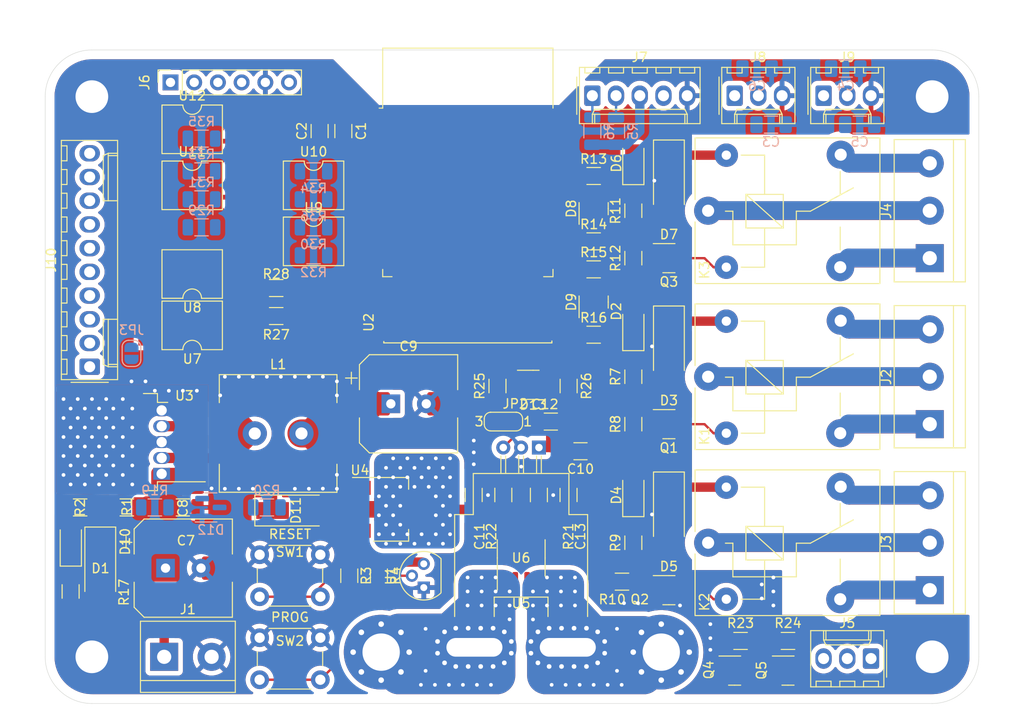
<source format=kicad_pcb>
(kicad_pcb (version 20211014) (generator pcbnew)
  (layers (0 "F.Cu" signal) (31 "B.Cu" signal) (34 "B.Paste" user) (35 "F.Paste" user) (36 "B.SilkS" user "B.Silkscreen") (37 "F.SilkS" user "F.Silkscreen") (38 "B.Mask" user) (39 "F.Mask" user) (44 "Edge.Cuts" user))
  (net 0 "")
  (net 1 "+3V3")
  (net 2 "GND")
  (net 3 "+12V")
  (net 4 "+5V")
  (net 5 "/LM35: T1/OUT")
  (net 6 "/LM35: T2/OUT")
  (net 7 "+BATT")
  (net 8 "Net-(D6-Pad1)")
  (net 9 "Net-(D9-Pad3)")
  (net 10 "Net-(D10-Pad1)")
  (net 11 "/Current Sensor/IP+")
  (net 12 "/Current Sensor/IP-")
  (net 13 "/Relay 1/NO")
  (net 14 "/Relay 1/COM")
  (net 15 "/Relay 1/NC")
  (net 16 "/Relay 2/NO")
  (net 17 "/Relay 2/COM")
  (net 18 "/Relay 2/NC")
  (net 19 "SCL")
  (net 20 "SDA")
  (net 21 "/Relay 3/NO")
  (net 22 "/Relay 3/COM")
  (net 23 "/Relay 3/NC")
  (net 24 "/Salida MOSFET/OUT")
  (net 25 "RESET")
  (net 26 "TXD0")
  (net 27 "RXD0")
  (net 28 "GPIO0")
  (net 29 "/Opto I/O/output-1/C")
  (net 30 "/Opto I/O/output-0/C")
  (net 31 "/Opto I/O/input-0/K")
  (net 32 "/Opto I/O/input-1/K")
  (net 33 "/Opto I/O/input-2/K")
  (net 34 "/Opto I/O/input-3/K")
  (net 35 "/Opto I/O/output-0/E")
  (net 36 "/Current Sensor/OUT")
  (net 37 "Net-(JP2-Pad3)")
  (net 38 "/Opto I/O/input-0/A")
  (net 39 "/Opto I/O/output-1/E")
  (net 40 "Net-(Q1-Pad1)")
  (net 41 "Net-(Q2-Pad1)")
  (net 42 "Net-(Q3-Pad1)")
  (net 43 "Net-(Q4-Pad1)")
  (net 44 "RELAY_1")
  (net 45 "/Input Protection/IN")
  (net 46 "RELAY_2")
  (net 47 "RELAY_3")
  (net 48 "VBAT")
  (net 49 "IBAT")
  (net 50 "TBAT")
  (net 51 "TEMP2")
  (net 52 "FAN_1")
  (net 53 "IN0")
  (net 54 "OUT1")
  (net 55 "IN1")
  (net 56 "IN2")
  (net 57 "IN3")
  (net 58 "OUT0")
  (net 59 "Net-(C12-Pad1)")
  (net 60 "Net-(C13-Pad1)")
  (net 61 "Net-(D2-Pad1)")
  (net 62 "Net-(D3-Pad2)")
  (net 63 "Net-(D4-Pad1)")
  (net 64 "Net-(D5-Pad2)")
  (net 65 "Net-(D7-Pad2)")
  (net 66 "Net-(D8-Pad3)")
  (net 67 "Net-(D11-Pad1)")
  (net 68 "Net-(D12-Pad3)")
  (net 69 "Net-(D13-Pad3)")
  (net 71 "Net-(Q4-Pad3)")
  (net 72 "Net-(R22-Pad2)")
  (net 73 "Net-(R27-Pad1)")
  (net 74 "Net-(R28-Pad1)")
  (net 83 "Net-(R29-Pad1)")
  (net 84 "Net-(R31-Pad1)")
  (net 85 "Net-(R33-Pad1)")
  (net 86 "Net-(R35-Pad1)")
  (footprint "libs:Allegro_CB_PFF" (layer "F.Cu") (at 144.14 93.585 180)
    (fp_text reference "U5")
    (fp_text value "ACS759")
  )
  (footprint "libs:TerminalBlock_bornier-3_P5.08mm" (layer "F.Cu") (at 186 91.08 90)
    (fp_text reference "J2")
    (fp_text value "Screw_Terminal_01x03")
  )
  (footprint "LED_SMD:LED_1206_3216Metric" (layer "F.Cu") (at 154.25 98.7 90)
    (fp_text reference "D4")
    (fp_text value "LED")
  )
  (footprint "LED_SMD:LED_1206_3216Metric" (layer "F.Cu") (at 154.25 80.92 90)
    (fp_text reference "D2")
    (fp_text value "LED")
  )
  (footprint "Connector_Molex:Molex_KK-254_AE-6410-10A_1x10_P2.54mm_Vertical" (layer "F.Cu") (at 96.02 84.93 90)
    (fp_text reference "J10")
    (fp_text value "Conn_01x10")
  )
  (footprint "Package_TO_SOT_SMD:SOT-23" (layer "F.Cu") (at 158.06 108.86)
    (fp_text reference "Q2")
    (fp_text value "BC817")
  )
  (footprint "libs:CAP_10x10_SMD_THT" (layer "F.Cu") (at 130.175 88.9)
    (fp_text reference "C9")
    (fp_text value "470uF" hide)
  )
  (footprint "Package_DIP:SMDIP-4_W9.53mm" (layer "F.Cu") (at 107 75 180)
    (fp_text reference "U8")
    (fp_text value "PC817XI")
  )
  (footprint "Connector_Molex:Molex_KK-254_AE-6410-03A_1x03_P2.54mm_Vertical" (layer "F.Cu") (at 174.625 55.9)
    (fp_text reference "J9")
    (fp_text value "Conn_01x03")
  )
  (footprint "Capacitor_SMD:C_1206_3216Metric_Pad1.33x1.80mm_HandSolder" (layer "F.Cu") (at 148.59 93.98)
    (fp_text reference "C10")
    (fp_text value "100nF")
  )
  (footprint "Capacitor_SMD:C_1206_3216Metric_Pad1.33x1.80mm_HandSolder" (layer "F.Cu") (at 147.31 98.665 90)
    (fp_text reference "C13")
    (fp_text value "1nF")
  )
  (footprint "Resistor_SMD:R_1206_3216Metric" (layer "F.Cu") (at 123.825 107.315 -90)
    (fp_text reference "R3")
    (fp_text value "10k")
  )
  (footprint "libs:TerminalBlock_bornier-2_P5.08mm" (layer "F.Cu") (at 104 116)
    (fp_text reference "J1")
    (fp_text value "Screw_Terminal_01x02")
  )
  (footprint "Capacitor_SMD:C_1206_3216Metric_Pad1.33x1.80mm_HandSolder" (layer "F.Cu") (at 123.19 59.69 90)
    (fp_text reference "C1")
    (fp_text value "100nF")
  )
  (footprint "Package_TO_SOT_SMD:SOT-23" (layer "F.Cu") (at 170.815 117.475)
    (fp_text reference "Q5")
    (fp_text value "IRLML2502")
  )
  (footprint "Capacitor_SMD:C_1206_3216Metric_Pad1.33x1.80mm_HandSolder" (layer "F.Cu") (at 145.415 90.805)
    (fp_text reference "C12")
    (fp_text value "100nF")
  )
  (footprint "Connector_Molex:Molex_KK-254_AE-6410-03A_1x03_P2.54mm_Vertical" (layer "F.Cu") (at 179.705 116.185 180)
    (fp_text reference "J5")
    (fp_text value "Conn_01x03")
  )
  (footprint "Package_DIP:SMDIP-4_W9.53mm" (layer "F.Cu") (at 107 80.5 180)
    (fp_text reference "U7")
    (fp_text value "PC817XI")
  )
  (footprint "Resistor_SMD:R_1206_3216Metric" (layer "F.Cu") (at 127 107.315 -90)
    (fp_text reference "R4")
    (fp_text value "10k")
  )
  (footprint "Resistor_SMD:R_1206_3216Metric" (layer "F.Cu") (at 140.325 98.665 -90)
    (fp_text reference "R22")
    (fp_text value "1k")
  )
  (footprint "Package_TO_SOT_SMD:SOT-23" (layer "F.Cu") (at 150 68 90)
    (fp_text reference "D8")
    (fp_text value "BAT54S")
  )
  (footprint "Package_DIP:SMDIP-4_W9.53mm" (layer "F.Cu") (at 120 65.5)
    (fp_text reference "U10")
    (fp_text value "PC817XI")
  )
  (footprint "Capacitor_SMD:C_1206_3216Metric_Pad1.33x1.80mm_HandSolder" (layer "F.Cu") (at 137.15 98.665 90)
    (fp_text reference "C11")
    (fp_text value "100nF")
  )
  (footprint "Resistor_SMD:R_1206_3216Metric" (layer "F.Cu") (at 100 100 180)
    (fp_text reference "R1")
    (fp_text value "22k")
  )
  (footprint "Relay_THT:Relay_SPDT_SANYOU_SRD_Series_Form_C" (layer "F.Cu") (at 162.26 68.22)
    (fp_text reference "K3")
    (fp_text value "RELAY")
  )
  (footprint "Diode_SMD:D_SMA_Handsoldering" (layer "F.Cu") (at 97.155 106.5 -90)
    (fp_text reference "D1")
    (fp_text value "SS14")
  )
  (footprint "Diode_SMD:D_SMA_Handsoldering" (layer "F.Cu") (at 118.11 100.33)
    (fp_text reference "D11")
    (fp_text value "SS14")
  )
  (footprint "Relay_THT:Relay_SPDT_SANYOU_SRD_Series_Form_C" (layer "F.Cu") (at 162.26 103.78)
    (fp_text reference "K2")
    (fp_text value "RELAY")
  )
  (footprint "Resistor_SMD:R_1206_3216Metric" (layer "F.Cu") (at 170.815 114.3 180)
    (fp_text reference "R24")
    (fp_text value "10k")
  )
  (footprint "esp32-wroom-roover:ESP32-WROOM-WROVER-NC" (layer "F.Cu") (at 136.525 66.675)
    (fp_text reference "U2")
    (fp_text value "ESP32" hide)
  )
  (footprint "Resistor_SMD:R_1206_3216Metric" (layer "F.Cu") (at 95 100 180)
    (fp_text reference "R2")
    (fp_text value "5k6")
  )
  (footprint "Diode_SMD:D_SMA_Handsoldering" (layer "F.Cu") (at 158.06 65.045 -90)
    (fp_text reference "D7")
    (fp_text value "M7")
  )
  (footprint "Resistor_SMD:R_1206_3216Metric" (layer "F.Cu") (at 116 79.5)
    (fp_text reference "R27")
    (fp_text value "100")
  )
  (footprint "MountingHole:MountingHole_4mm_Pad_Via" (layer "F.Cu") (at 127.24 115.498 180)
    (fp_text reference "H1" hide)
    (fp_text value "MountingHole_Pad" hide)
  )
  (footprint "Connector_Molex:Molex_KK-254_AE-6410-05A_1x05_P2.54mm_Vertical" (layer "F.Cu") (at 149.86 55.9)
    (fp_text reference "J7")
    (fp_text value "Conn_01x05")
  )
  (footprint "MountingHole:MountingHole_4mm_Pad_Via" (layer "F.Cu") (at 157.24 115.498 180)
    (fp_text reference "H2" hide)
    (fp_text value "MountingHole_Pad" hide)
  )
  (footprint "Resistor_SMD:R_1206_3216Metric" (layer "F.Cu") (at 154.25 68.22 -90)
    (fp_text reference "R11")
    (fp_text value "1k")
  )
  (footprint "LED_SMD:LED_1206_3216Metric" (layer "F.Cu") (at 154.25 63.14 90)
    (fp_text reference "D6")
    (fp_text value "LED")
  )
  (footprint "Resistor_SMD:R_1206_3216Metric" (layer "F.Cu") (at 93.98 109 -90)
    (fp_text reference "R17")
    (fp_text value "1k")
  )
  (footprint "libs:TO-263-5_TabPin3" (layer "F.Cu") (at 100.33 93 180)
    (fp_text reference "U3")
    (fp_text value "LM2596S-3.3")
  )
  (footprint "Button_Switch_THT:SW_PUSH_6mm" (layer "F.Cu") (at 114.225 113.955)
    (fp_text reference "SW2")
    (fp_text value "SW_Push")
  )
  (footprint "Connector_Molex:Molex_KK-254_AE-6410-03A_1x03_P2.54mm_Vertical" (layer "F.Cu") (at 165.1 55.9)
    (fp_text reference "J8")
    (fp_text value "Conn_01x03")
  )
  (footprint "Connector_PinSocket_2.54mm:PinSocket_1x06_P2.54mm_Vertical" (layer "F.Cu") (at 104.675 54.475 90)
    (fp_text reference "J6")
    (fp_text value "ICSP")
  )
  (footprint "Resistor_SMD:R_1206_3216Metric" (layer "F.Cu") (at 116 76.5)
    (fp_text reference "R28")
    (fp_text value "100")
  )
  (footprint "libs:TerminalBlock_bornier-3_P5.08mm" (layer "F.Cu") (at 186 108.86 90)
    (fp_text reference "J3")
    (fp_text value "Screw_Terminal_01x03")
  )
  (footprint "Package_TO_SOT_SMD:SOT-223-3_TabPin2" (layer "F.Cu") (at 128.27 100.203)
    (fp_text reference "U4")
    (fp_text value "AMS1117-5.0")
  )
  (footprint "Package_DIP:SMDIP-4_W9.53mm" (layer "F.Cu") (at 107 59.5)
    (fp_text reference "U12")
    (fp_text value "PC817XI")
  )
  (footprint "MountingHole:MountingHole_3.5mm_Pad" (layer "F.Cu") (at 186.255 56)
    (fp_text reference "REF**" hide)
    (fp_text value "MountingHole_3.5mm_Pad")
  )
  (footprint "Package_TO_SOT_SMD:SOT-23" (layer "F.Cu") (at 165.1 117.475)
    (fp_text reference "Q4")
    (fp_text value "BC817")
  )
  (footprint "Package_DIP:SMDIP-4_W9.53mm" (layer "F.Cu") (at 107 65.5)
    (fp_text reference "U11")
    (fp_text value "PC817XI")
  )
  (footprint "libs:TerminalBlock_bornier-3_P5.08mm" (layer "F.Cu") (at 186 73.3 90)
    (fp_text reference "J4")
    (fp_text value "Screw_Terminal_01x03")
  )
  (footprint "MountingHole:MountingHole_3.5mm_Pad" (layer "F.Cu") (at 96.255 116)
    (fp_text reference "REF**" hide)
    (fp_text value "MountingHole_3.5mm_Pad")
  )
  (footprint "LED_SMD:LED_1206_3216Metric" (layer "F.Cu") (at 94 104 90)
    (fp_text reference "D10")
    (fp_text value "LED")
  )
  (footprint "Package_TO_SOT_SMD:SOT-23" (layer "F.Cu") (at 158.06 73.3)
    (fp_text reference "Q3")
    (fp_text value "BC817")
  )
  (footprint "Resistor_SMD:R_1206_3216Metric" (layer "F.Cu") (at 144.135 98.665 -90)
    (fp_text reference "R21")
    (fp_text value "2k")
  )
  (footprint "Capacitor_SMD:C_1206_3216Metric_Pad1.33x1.80mm_HandSolder" (layer "F.Cu") (at 120.65 59.69 90)
    (fp_text reference "C2")
    (fp_text value "1uF")
  )
  (footprint "Resistor_SMD:R_1206_3216Metric" (layer "F.Cu") (at 154.25 103.78 -90)
    (fp_text reference "R9")
    (fp_text value "1k")
  )
  (footprint "Package_TO_SOT_SMD:SOT-23" (layer "F.Cu") (at 158.06 91.08)
    (fp_text reference "Q1")
    (fp_text value "BC817")
  )
  (footprint "Relay_THT:Relay_SPDT_SANYOU_SRD_Series_Form_C" (layer "F.Cu") (at 162.26 86)
    (fp_text reference "K1")
    (fp_text value "RELAY")
  )
  (footprint "libs:CAP_10x10_SMD_THT" (layer "F.Cu") (at 106.045 106.5)
    (fp_text reference "C7")
    (fp_text value "470uF" hide)
  )
  (footprint "Resistor_SMD:R_1206_3216Metric" (layer "F.Cu") (at 147.32 86.995 -90)
    (fp_text reference "R26")
    (fp_text value "1k")
  )
  (footprint "libs:L_12x12mm_H8mm" (layer "F.Cu") (at 116.205 92.075)
    (fp_text reference "L1")
    (fp_text value "68uH")
  )
  (footprint "Resistor_SMD:R_1206_3216Metric" (layer "F.Cu") (at 150 71.5)
    (fp_text reference "R14")
    (fp_text value "1k")
  )
  (footprint "Package_DIP:SMDIP-4_W9.53mm" (layer "F.Cu") (at 120 71.5)
    (fp_text reference "U9")
    (fp_text value "PC817XI")
  )
  (footprint "Resistor_SMD:R_1206_3216Metric" (layer "F.Cu") (at 150 81.5)
    (fp_text reference "R16")
    (fp_text value "1k")
  )
  (footprint "Diode_SMD:D_SMA_Handsoldering" (layer "F.Cu") (at 158.06 82.825 -90)
    (fp_text reference "D3")
    (fp_text value "M7")
  )
  (footprint "Package_TO_SOT_SMD:SOT-23" (layer "F.Cu") (at 143.51 86.868)
    (fp_text reference "D13")
    (fp_text value "BAT54S")
  )
  (footprint "Package_SO:SOIC-8_3.9x4.9mm_P1.27mm" (layer "F.Cu") (at 142.24 105.41 90)
    (fp_text reference "U6")
    (fp_text value "ACS712")
  )
  (footprint "Resistor_SMD:R_1206_3216Metric" (layer "F.Cu") (at 165.735 114.3 180)
    (fp_text reference "R23")
    (fp_text value "1k")
  )
  (footprint "Resistor_SMD:R_1206_3216Metric" (layer "F.Cu") (at 153.035 107.95)
    (fp_text reference "R10")
    (fp_text value "1k")
  )
  (footprint "Resistor_SMD:R_1206_3216Metric" (layer "F.Cu") (at 139.7 86.995 -90)
    (fp_text reference "R25")
    (fp_text value "1k")
  )
  (footprint "Jumper:SolderJumper-3_P1.3mm_Open_RoundedPad1.0x1.5mm_NumberLabels" (layer "F.Cu") (at 140.335 90.805 180)
    (fp_text reference "JP2")
    (fp_text value "SolderJumper_3_Bridged12")
  )
  (footprint "Resistor_SMD:R_1206_3216Metric" (layer "F.Cu") (at 150 64.5)
    (fp_text reference "R13")
    (fp_text value "1k")
  )
  (footprint "Resistor_SMD:R_1206_3216Metric" (layer "F.Cu") (at 150 74.5)
    (fp_text reference "R15")
    (fp_text value "1k")
  )
  (footprint "Capacitor_SMD:C_1206_3216Metric_Pad1.33x1.80mm_HandSolder" (layer "F.Cu") (at 106 100)
    (fp_text reference "C8")
    (fp_text value "100nF")
  )
  (footprint "Package_TO_SOT_SMD:SOT-23" (layer "F.Cu") (at 150 78 90)
    (fp_text reference "D9")
    (fp_text value "BAT54S")
  )
  (footprint "MountingHole:MountingHole_3.5mm_Pad" (layer "F.Cu") (at 186.255 116)
    (fp_text reference "REF**" hide)
    (fp_text value "MountingHole_3.5mm_Pad")
  )
  (footprint "Resistor_SMD:R_1206_3216Metric" (layer "F.Cu") (at 154.25 86 -90)
    (fp_text reference "R7")
    (fp_text value "1k")
  )
  (footprint "MountingHole:MountingHole_3.5mm_Pad" (layer "F.Cu") (at 96.255 56)
    (fp_text reference "REF**" hide)
    (fp_text value "MountingHole_3.5mm_Pad")
  )
  (footprint "Resistor_SMD:R_1206_3216Metric" (layer "F.Cu") (at 154.25 73.3 -90)
    (fp_text reference "R12")
    (fp_text value "1k")
  )
  (footprint "Resistor_SMD:R_1206_3216Metric" (layer "F.Cu") (at 154.25 91.08 -90)
    (fp_text reference "R8")
    (fp_text value "1k")
  )
  (footprint "Diode_SMD:D_SMA_Handsoldering" (layer "F.Cu") (at 158.06 100.605 -90)
    (fp_text reference "D5")
    (fp_text value "M7")
  )
  (footprint "Package_TO_SOT_THT:TO-92" (layer "F.Cu") (at 131.805 108.585 90)
    (fp_text reference "U1")
    (fp_text value "DS1233A-10")
  )
  (footprint "Button_Switch_THT:SW_PUSH_6mm" (layer "F.Cu") (at 114.225 105.065)
    (fp_text reference "SW1")
    (fp_text value "SW_Push")
  )
  (footprint "Resistor_SMD:R_1206_3216Metric" (layer "B.Cu") (at 120 70)
    (fp_text reference "R30")
    (fp_text value "10k")
  )
  (footprint "Capacitor_SMD:C_1206_3216Metric_Pad1.33x1.80mm_HandSolder" (layer "B.Cu") (at 169 59)
    (fp_text reference "C3")
    (fp_text value "100nF")
  )
  (footprint "Package_TO_SOT_SMD:SOT-23" (layer "B.Cu") (at 109 100)
    (fp_text reference "D12")
    (fp_text value "BAT54S")
  )
  (footprint "Capacitor_SMD:C_1206_3216Metric_Pad1.33x1.80mm_HandSolder" (layer "B.Cu") (at 167.5 53)
    (fp_text reference "C6")
    (fp_text value "100nF")
  )
  (footprint "Resistor_SMD:R_1206_3216Metric" (layer "B.Cu") (at 120 67)
    (fp_text reference "R36")
    (fp_text value "10k")
  )
  (footprint "Resistor_SMD:R_1206_3216Metric" (layer "B.Cu") (at 115 100 180)
    (fp_text reference "R20")
    (fp_text value "1k")
  )
  (footprint "Capacitor_SMD:C_1206_3216Metric_Pad1.33x1.80mm_HandSolder" (layer "B.Cu") (at 178.5 59)
    (fp_text reference "C5")
    (fp_text value "100nF")
  )
  (footprint "Capacitor_SMD:C_1206_3216Metric_Pad1.33x1.80mm_HandSolder" (layer "B.Cu") (at 177 53)
    (fp_text reference "C4")
    (fp_text value "100nF")
  )
  (footprint "Resistor_SMD:R_1206_3216Metric" (layer "B.Cu") (at 149.86 59.69 90)
    (fp_text reference "R6")
    (fp_text value "10k")
  )
  (footprint "Jumper:SolderJumper-2_P1.3mm_Open_RoundedPad1.0x1.5mm" (layer "B.Cu") (at 100.5 83.5 -90)
    (fp_text reference "JP3")
    (fp_text value "SolderJumper_2_Open" hide)
  )
  (footprint "Resistor_SMD:R_1206_3216Metric" (layer "B.Cu") (at 152.4 59.69 90)
    (fp_text reference "R5")
    (fp_text value "10k")
  )
  (footprint "Resistor_SMD:R_1206_3216Metric" (layer "B.Cu") (at 108 70 180)
    (fp_text reference "R29")
    (fp_text value "1k")
  )
  (footprint "Resistor_SMD:R_1206_3216Metric" (layer "B.Cu") (at 108 64 180)
    (fp_text reference "R33")
    (fp_text value "1k")
  )
  (footprint "Resistor_SMD:R_1206_3216Metric" (layer "B.Cu") (at 108 60.5 180)
    (fp_text reference "R35")
    (fp_text value "1k")
  )
  (footprint "Resistor_SMD:R_1206_3216Metric" (layer "B.Cu") (at 108 67 180)
    (fp_text reference "R31")
    (fp_text value "1k")
  )
  (footprint "Resistor_SMD:R_1206_3216Metric" (layer "B.Cu") (at 120 64)
    (fp_text reference "R34")
    (fp_text value "10k")
  )
  (footprint "Resistor_SMD:R_1206_3216Metric" (layer "B.Cu") (at 120 73)
    (fp_text reference "R32")
    (fp_text value "10k")
  )
  (footprint "Resistor_SMD:R_1206_3216Metric" (layer "B.Cu") (at 103 100 180)
    (fp_text reference "R19")
    (fp_text value "1k")
  )
  (gr_line (start 96.255 121) (end 186.255 121) (layer "Edge.Cuts") (width 0.05))
  (gr_arc (start 91.255 56) (mid 92.719466 52.464466) (end 96.255 51) (layer "Edge.Cuts") (width 0.05))
  (gr_line (start 191.255 116) (end 191.255 56) (layer "Edge.Cuts") (width 0.05))
  (gr_line (start 91.255 56) (end 91.255 116) (layer "Edge.Cuts") (width 0.05))
  (gr_arc (start 186.255 51) (mid 189.790534 52.464466) (end 191.255 56) (layer "Edge.Cuts") (width 0.05))
  (gr_arc (start 191.255 116) (mid 189.790534 119.535534) (end 186.255 121) (layer "Edge.Cuts") (width 0.05))
  (gr_line (start 186.255 51) (end 96.255 51) (layer "Edge.Cuts") (width 0.05))
  (gr_arc (start 96.255 121) (mid 92.719466 119.535534) (end 91.255 116) (layer "Edge.Cuts") (width 0.05))
  (gr_text "PROG" (at 117.475 111.76) (layer "F.SilkS") (effects (font (size 1 1))))
  (gr_text "RESET" (at 117.475 102.87) (layer "F.SilkS") (effects (font (size 1 1))))
  (segment (start 144.00152 87.86752) (end 145.401 89.267) (width 1) (layer "F.Cu") (net 1))
  (segment (start 144.14 93.585) (end 145.401 93.585) (width 1) (layer "F.Cu") (net 1))
  (segment (start 127 105.8525) (end 131.6125 105.8525) (width 1) (layer "F.Cu") (net 1))
  (segment (start 142.62202 87.86752) (end 144.00152 87.86752) (width 1) (layer "F.Cu") (net 1))
  (segment (start 145.401 93.585) (end 146.6325 93.585) (width 1) (layer "F.Cu") (net 1))
  (segment (start 142.5725 87.818) (end 142.62202 87.86752) (width 1) (layer "F.Cu") (net 1))
  (segment (start 118.705 92.075) (end 123 92.075) (width 3) (layer "F.Cu") (net 1))
  (segment (start 123.825 105.8525) (end 127 105.8525) (width 1) (layer "F.Cu") (net 1))
  (segment (start 131.6125 105.8525) (end 131.805 106.045) (width 1) (layer "F.Cu") (net 1))
  (segment (start 146.6325 93.585) (end 147.0275 93.98) (width 1) (layer "F.Cu") (net 1))
  (segment (start 123 92.075) (end 126.175 88.9) (width 3) (layer "F.Cu") (net 1))
  (segment (start 145.401 89.267) (end 145.401 93.585) (width 1) (layer "F.Cu") (net 1))
  (segment (start 154.94 59.69) (end 154.94 55.9) (width 1) (layer "B.Cu") (net 1))
  (segment (start 153.4775 61.1525) (end 154.94 59.69) (width 1) (layer "B.Cu") (net 1))
  (segment (start 149.86 61.1525) (end 153.4775 61.1525) (width 1) (layer "B.Cu") (net 1))
  (via (at 93.98 89.408) (size 0.8) (drill 0.4) (layers "F.Cu" "B.Cu") (net 2))
  (via (at 93.218 88.392) (size 0.8) (drill 0.4) (layers "F.Cu" "B.Cu") (net 2))
  (via (at 94.742 94.488) (size 0.8) (drill 0.4) (layers "F.Cu" "B.Cu") (net 2))
  (via (at 162.5 112.5) (size 0.8) (drill 0.4) (layers "F.Cu" "B.Cu") (net 2))
  (via (at 98.552 91.44) (size 0.8) (drill 0.4) (layers "F.Cu" "B.Cu") (net 2))
  (via (at 106 87.5) (size 0.8) (drill 0.4) (layers "F.Cu" "B.Cu") (net 2))
  (via (at 99.568 94.488) (size 0.8) (drill 0.4) (layers "F.Cu" "B.Cu") (net 2))
  (via (at 122.5 98) (size 0.8) (drill 0.4) (layers "F.Cu" "B.Cu") (net 2))
  (via (at 122.5 86.5) (size 0.8) (drill 0.4) (layers "F.Cu" "B.Cu") (net 2))
  (via (at 154.75 110.25) (size 0.8) (drill 0.4) (layers "F.Cu" "B.Cu") (net 2))
  (via (at 99.568 92.456) (size 0.8) (drill 0.4) (layers "F.Cu" "B.Cu") (net 2))
  (via (at 104.5 87.5) (size 0.8) (drill 0.4) (layers "F.Cu" "B.Cu") (net 2))
  (via (at 107.5 87.5) (size 0.8) (drill 0.4) (layers "F.Cu" "B.Cu") (net 2))
  (via (at 119.5 86) (size 0.8) (drill 0.4) (layers "F.Cu" "B.Cu") (net 2))
  (via (at 169.25 110.5) (size 0.8) (drill 0.4) (layers "F.Cu" "B.Cu") (net 2))
  (via (at 102 86.5) (size 0.8) (drill 0.4) (layers "F.Cu" "B.Cu") (net 2))
  (via (at 121 86) (size 0.8) (drill 0.4) (layers "F.Cu" "B.Cu") (net 2))
  (via (at 145.669 98.679) (size 0.8) (drill 0.4) (layers "F.Cu" "B.Cu") (net 2))
  (via (at 169.25 107.5) (size 0.8) (drill 0.4) (layers "F.Cu" "B.Cu") (net 2))
  (via (at 95.504 97.536) (size 0.8) (drill 0.4) (layers "F.Cu" "B.Cu") (net 2))
  (via (at 97.79 94.488) (size 0.8) (drill 0.4) (layers "F.Cu" "B.Cu") (net 2))
  (via (at 96.266 92.456) (size 0.8) (drill 0.4) (layers "F.Cu" "B.Cu") (net 2))
  (via (at 122.5 96.5) (size 0.8) (drill 0.4) (layers "F.Cu" "B.Cu") (net 2))
  (via (at 95.504 91.44) (size 0.8) (drill 0.4) (layers "F.Cu" "B.Cu") (net 2))
  (via (at 168 108.25) (size 0.8) (drill 0.4) (layers "F.Cu" "B.Cu") (net 2))
  (via (at 119.5 98) (size 0.8) (drill 0.4) (layers "F.Cu" "B.Cu") (net 2))
  (via (at 120.994431 97.983692) (size 0.8) (drill 0.4) (layers "F.Cu" "B.Cu") (net 2))
  (via (at 169.25 109) (size 0.8) (drill 0.4) (layers "F.Cu" "B.Cu") (net 2))
  (via (at 98.552 93.472) (size 0.8) (drill 0.4) (layers "F.Cu" "B.Cu") (net 2))
  (via (at 93.98 91.44) (size 0.8) (drill 0.4) (layers "F.Cu" "B.Cu") (net 2))
  (via (at 156.25 100.75) (size 0.8) (drill 0.4) (layers "F.Cu" "B.Cu") (net 2))
  (via (at 97.028 97.536) (size 0.8) (drill 0.4) (layers "F.Cu" "B.Cu") (net 2))
  (via (at 98.552 95.504) (size 0.8) (drill 0.4) (layers "F.Cu" "B.Cu") (net 2))
  (via (at 113.5 86) (size 0.8) (drill 0.4) (layers "F.Cu" "B.Cu") (net 2))
  (via (at 97.79 92.456) (size 0.8) (drill 0.4) (layers "F.Cu" "B.Cu") (net 2))
  (via (at 137.16 95.377) (size 0.8) (drill 0.4) (layers "F.Cu" "B.Cu") (net 2))
  (via (at 122.5 88) (size 0.8) (drill 0.4) (layers "F.Cu" "B.Cu") (net 2))
  (via (at 100.584 95.504) (size 0.8) (drill 0.4) (layers "F.Cu" "B.Cu") (net 2))
  (via (at 100.584 91.44) (size 0.8) (drill 0.4) (layers "F.Cu" "B.Cu") (net 2))
  (via (at 153.25 110.25) (size 0.8) (drill 0.4) (layers "F.Cu" "B.Cu") (net 2))
  (via (at 93.218 90.424) (size 0.8) (drill 0.4) (layers "F.Cu" "B.Cu") (net 2))
  (via (at 162.5 115.25) (size 0.8) (drill 0.4) (layers "F.Cu" "B.Cu") (net 2))
  (via (at 95.504 93.472) (size 0.8) (drill 0.4) (layers "F.Cu" "B.Cu") (net 2))
  (via (at 118 86) (size 0.8) (drill 0.4) (layers "F.Cu" "B.Cu") (net 2))
  (via (at 115 86) (size 0.8) (drill 0.4) (layers "F.Cu" "B.Cu") (net 2))
  (via (at 110.5 98) (size 0.8) (drill 0.4) (layers "F.Cu" "B.Cu") (net 2))
  (via (at 93.218 96.52) (size 0.8) (drill 0.4) (layers "F.Cu" "B.Cu") (net 2))
  (via (at 112 98) (size 0.8) (drill 0.4) (layers "F.Cu" "B.Cu") (net 2))
  (via (at 137.16 94.107) (size 0.8) (drill 0.4) (layers "F.Cu" "B.Cu") (net 2))
  (via (at 112 86) (size 0.8) (drill 0.4) (layers "F.Cu" "B.Cu") (net 2))
  (via (at 96.266 88.392) (size 0.8) (drill 0.4) (layers "F.Cu" "B.Cu") (net 2))
  (via (at 100.584 93.472) (size 0.8) (drill 0.4) (layers "F.Cu" "B.Cu") (net 2))
  (via (at 93.218 94.488) (size 0.8) (drill 0.4) (layers "F.Cu" "B.Cu") (net 2))
  (via (at 100.5 86.5) (size 0.8) (drill 0.4) (layers "F.Cu" "B.Cu") (net 2))
  (via (at 93.98 93.472) (size 0.8) (drill 0.4) (layers "F.Cu" "B.Cu") (net 2))
  (via (at 96.266 94.488) (size 0.8) (drill 0.4) (layers "F.Cu" "B.Cu") (net 2))
  (via (at 96.266 90.424) (size 0.8) (drill 0.4) (layers "F.Cu" "B.Cu") (net 2))
  (via (at 138.684 98.679) (size 0.8) (drill 0.4) (layers "F.Cu" "B.Cu") (net 2))
  (via (at 97.028 91.44) (size 0.8) (drill 0.4) (layers "F.Cu" "B.Cu") (net 2))
  (via (at 159.25 110.5) (size 0.8) (drill 0.4) (layers "F.Cu" "B.Cu") (net 2))
  (via (at 97.028 93.472) (size 0.8) (drill 0.4) (layers "F.Cu" "B.Cu") (net 2))
  (via (at 103 87.5) (size 0.8) (drill 0.4) (layers "F.Cu" "B.Cu") (net 2))
  (via (at 156.5 65) (size 0.8) (drill 0.4) (layers "F.Cu" "B.Cu") (net 2))
  (via (at 142.24 95.631) (size 0.8) (drill 0.4) (layers "F.Cu" "B.Cu") (net 2))
  (via (at 94.742 90.424) (size 0.8) (drill 0.4) (layers "F.Cu" "B.Cu") (net 2))
  (via (at 98.552 89.408) (size 0.8) (drill 0.4) (layers "F.Cu" "B.Cu") (net 2))
  (via (at 93.218 92.456) (size 0.8) (drill 0.4) (layers "F.Cu" "B.Cu") (net 2))
  (via (at 116.5 86) (size 0.8) (drill 0.4) (layers "F.Cu" "B.Cu") (net 2))
  (via (at 162.5 114) (size 0.8) (drill 0.4) (layers "F.Cu" "B.Cu") (net 2))
  (via (at 168 109.75) (size 0.8) (drill 0.4) (layers "F.Cu" "B.Cu") (net 2))
  (via (at 95.504 95.504) (size 0.8) (drill 0.4) (layers "F.Cu" "B.Cu") (net 2))
  (via (at 137.16 92.837) (size 0.8) (drill 0.4) (layers "F.Cu" "B.Cu") (net 2))
  (via (at 93.98 97.536) (size 0.8) (drill 0.4) (layers "F.Cu" "B.Cu") (net 2))
  (via (at 93.98 95.504) (size 0.8) (drill 0.4) (layers "F.Cu" "B.Cu") (net 2))
  (via (at 94.742 88.392) (size 0.8) (drill 0.4) (layers "F.Cu" "B.Cu") (net 2))
  (via (at 97.79 90.424) (size 0.8) (drill 0.4) (layers "F.Cu" "B.Cu") (net 2))
  (via (at 99.568 96.52) (size 0.8) (drill 0.4) (layers "F.Cu" "B.Cu") (net 2))
  (via (at 110.5 86) (size 0.8) (drill 0.4) (layers "F.Cu" "B.Cu") (net 2))
  (via (at 118 98) (size 0.8) (drill 0.4) (layers "F.Cu" "B.Cu") (net 2))
  (via (at 97.028 89.408) (size 0.8) (drill 0.4) (layers "F.Cu" "B.Cu") (net 2))
  (via (at 100.584 97.536) (size 0.8) (drill 0.4) (layers "F.Cu" "B.Cu") (net 2))
  (via (at 97.79 88.392) (size 0.8) (drill 0.4) (layers "F.Cu" "B.Cu") (net 2))
  (via (at 99.568 88.392) (size 0.8) (drill 0.4) (layers "F.Cu" "B.Cu") (net 2))
  (via (at 97.028 95.504) (size 0.8) (drill 0.4) (layers "F.Cu" "B.Cu") (net 2))
  (via (at 97.79 96.52) (size 0.8) (drill 0.4) (layers "F.Cu" "B.Cu") (net 2))
  (via (at 113.5 98) (size 0.8) (drill 0.4) (layers "F.Cu" "B.Cu") (net 2))
  (via (at 109.076332 97.962179) (size 0.8) (drill 0.4) (layers "F.Cu" "B.Cu") (net 2))
  (via (at 156.25 82.75) (size 0.8) (drill 0.4) (layers "F.Cu" "B.Cu") (net 2))
  (via (at 95.504 89.408) (size 0.8) (drill 0.4) (layers "F.Cu" "B.Cu") (net 2))
  (via (at 98.552 97.536) (size 0.8) (drill 0.4) (layers "F.Cu" "B.Cu") (net 2))
  (via (at 96.266 96.52) (size 0.8) (drill 0.4) (layers "F.Cu" "B.Cu") (net 2))
  (via (at 94.742 92.456) (size 0.8) (drill 0.4) (layers "F.Cu" "B.Cu") (net 2))
  (via (at 100.584 89.408) (size 0.8) (drill 0.4) (layers "F.Cu" "B.Cu") (net 2))
  (via (at 99.568 90.424) (size 0.8) (drill 0.4) (layers "F.Cu" "B.Cu") (net 2))
  (via (at 110 88) (size 0.8) (drill 0.4) (layers "F.Cu" "B.Cu") (net 2))
  (via (at 94.742 96.52) (size 0.8) (drill 0.4) (layers "F.Cu" "B.Cu") (net 2))
  (segment locked (start 158.335 97.83) (end 158.06 98.105) (width 1) (layer "F.Cu") (net 3))
  (segment locked (start 158.335 62.27) (end 158.06 62.545) (width 1) (layer "F.Cu") (net 3))
  (segment locked (start 158.335 80.05) (end 158.06 80.325) (width 1) (layer "F.Cu") (net 3))
  (segment locked (start 154.25 97.3) (end 157.255 97.3) (width 1) (layer "F.Cu") (net 3))
  (segment locked (start 154.25 61.74) (end 157.255 61.74) (width 1) (layer "F.Cu") (net 3))
  (segment locked (start 154.25 79.52) (end 157.255 79.52) (width 1) (layer "F.Cu") (net 3))
  (segment (start 94 102.6) (end 95.996 102.6) (width 1) (layer "F.Cu") (net 3))
  (segment locked (start 164.21 97.83) (end 158.335 97.83) (width 1) (layer "F.Cu") (net 3))
  (segment locked (start 164.21 62.27) (end 158.335 62.27) (width 1) (layer "F.Cu") (net 3))
  (segment locked (start 164.21 80.05) (end 158.335 80.05) (width 1) (layer "F.Cu") (net 3))
  (segment (start 95.996 102.6) (end 97.155 103.759) (width 1) (layer "F.Cu") (net 3))
  (segment locked (start 157.255 97.3) (end 158.06 98.105) (width 1) (layer "F.Cu") (net 3))
  (segment locked (start 157.255 61.74) (end 158.06 62.545) (width 1) (layer "F.Cu") (net 3))
  (segment locked (start 157.255 79.52) (end 158.06 80.325) (width 1) (layer "F.Cu") (net 3))
  (segment (start 97.155 103.759) (end 97.155 104) (width 1) (layer "F.Cu") (net 3))
  (segment (start 137.15 100.2275) (end 137.15 100.955) (width 1) (layer "F.Cu") (net 4))
  (segment (start 137.1255 100.203) (end 137.15 100.2275) (width 1) (layer "F.Cu") (net 4))
  (segment (start 131.42 100.203) (end 137.1255 100.203) (width 1) (layer "F.Cu") (net 4))
  (segment (start 137.15 100.955) (end 139.13 102.935) (width 1) (layer "F.Cu") (net 4))
  (segment (start 139.13 102.935) (end 140.335 102.935) (width 1) (layer "F.Cu") (net 4))
  (via (at 127.762 101.854) (size 0.8) (drill 0.4) (layers "F.Cu" "B.Cu") (net 4))
  (via (at 129.286 99.822) (size 0.8) (drill 0.4) (layers "F.Cu" "B.Cu") (net 4))
  (via (at 132.334 95.758) (size 0.8) (drill 0.4) (layers "F.Cu" "B.Cu") (net 4))
  (via (at 127 102.87) (size 0.8) (drill 0.4) (layers "F.Cu" "B.Cu") (net 4))
  (via (at 128.524 96.774) (size 0.8) (drill 0.4) (layers "F.Cu" "B.Cu") (net 4))
  (via (at 134.62 94.742) (size 0.8) (drill 0.4) (layers "F.Cu" "B.Cu") (net 4))
  (via (at 128.524 102.87) (size 0.8) (drill 0.4) (layers "F.Cu" "B.Cu") (net 4))
  (via (at 133.858 97.79) (size 0.8) (drill 0.4) (layers "F.Cu" "B.Cu") (net 4))
  (via (at 131.572 102.87) (size 0.8) (drill 0.4) (layers "F.Cu" "B.Cu") (net 4))
  (via (at 133.096 94.742) (size 0.8) (drill 0.4) (layers "F.Cu" "B.Cu") (net 4))
  (via (at 129.286 103.886) (size 0.8) (drill 0.4) (layers "F.Cu" "B.Cu") (net 4))
  (via (at 129.286 95.758) (size 0.8) (drill 0.4) (layers "F.Cu" "B.Cu") (net 4))
  (via (at 130.81 103.886) (size 0.8) (drill 0.4) (layers "F.Cu" "B.Cu") (net 4))
  (via (at 130.048 94.742) (size 0.8) (drill 0.4) (layers "F.Cu" "B.Cu") (net 4))
  (via (at 133.096 102.87) (size 0.8) (drill 0.4) (layers "F.Cu" "B.Cu") (net 4))
  (via (at 134.62 102.87) (size 0.8) (drill 0.4) (layers "F.Cu" "B.Cu") (net 4))
  (via (at 128.524 98.806) (size 0.8) (drill 0.4) (layers "F.Cu" "B.Cu") (net 4))
  (via (at 129.286 97.79) (size 0.8) (drill 0.4) (layers "F.Cu" "B.Cu") (net 4))
  (via (at 133.096 100.838) (size 0.8) (drill 0.4) (layers "F.Cu" "B.Cu") (net 4))
  (via (at 133.858 95.758) (size 0.8) (drill 0.4) (layers "F.Cu" "B.Cu") (net 4))
  (via (at 127.762 97.79) (size 0.8) (drill 0.4) (layers "F.Cu" "B.Cu") (net 4))
  (via (at 128.524 100.838) (size 0.8) (drill 0.4) (layers "F.Cu" "B.Cu") (net 4))
  (via (at 127 96.774) (size 0.8) (drill 0.4) (layers "F.Cu" "B.Cu") (net 4))
  (via (at 127.762 95.758) (size 0.8) (drill 0.4) (layers "F.Cu" "B.Cu") (net 4))
  (via (at 130.048 102.87) (size 0.8) (drill 0.4) (layers "F.Cu" "B.Cu") (net 4))
  (via (at 127 100.838) (size 0.8) (drill 0.4) (layers "F.Cu" "B.Cu") (net 4))
  (via (at 133.096 98.806) (size 0.8) (drill 0.4) (layers "F.Cu" "B.Cu") (net 4))
  (via (at 133.096 96.774) (size 0.8) (drill 0.4) (layers "F.Cu" "B.Cu") (net 4))
  (via (at 133.858 101.854) (size 0.8) (drill 0.4) (layers "F.Cu" "B.Cu") (net 4))
  (via (at 127.762 99.822) (size 0.8) (drill 0.4) (layers "F.Cu" "B.Cu") (net 4))
  (via (at 134.62 96.774) (size 0.8) (drill 0.4) (layers "F.Cu" "B.Cu") (net 4))
  (via (at 134.62 98.806) (size 0.8) (drill 0.4) (layers "F.Cu" "B.Cu") (net 4))
  (via (at 130.81 97.79) (size 0.8) (drill 0.4) (layers "F.Cu" "B.Cu") (net 4))
  (via (at 130.048 96.774) (size 0.8) (drill 0.4) (layers "F.Cu" "B.Cu") (net 4))
  (via (at 132.334 103.886) (size 0.8) (drill 0.4) (layers "F.Cu" "B.Cu") (net 4))
  (via (at 132.334 97.79) (size 0.8) (drill 0.4) (layers "F.Cu" "B.Cu") (net 4))
  (via (at 128.524 94.742) (size 0.8) (drill 0.4) (layers "F.Cu" "B.Cu") (net 4))
  (via (at 129.286 101.854) (size 0.8) (drill 0.4) (layers "F.Cu" "B.Cu") (net 4))
  (via (at 130.81 95.758) (size 0.8) (drill 0.4) (layers "F.Cu" "B.Cu") (net 4))
  (via (at 127 98.806) (size 0.8) (drill 0.4) (layers "F.Cu" "B.Cu") (net 4))
  (via (at 134.62 100.838) (size 0.8) (drill 0.4) (layers "F.Cu" "B.Cu") (net 4))
  (via (at 133.858 103.886) (size 0.8) (drill 0.4) (layers "F.Cu" "B.Cu") (net 4))
  (via (at 131.572 96.774) (size 0.8) (drill 0.4) (layers "F.Cu" "B.Cu") (net 4))
  (via (at 127.762 103.886) (size 0.8) (drill 0.4) (layers "F.Cu" "B.Cu") (net 4))
  (via (at 131.572 94.742) (size 0.8) (drill 0.4) (layers "F.Cu" "B.Cu") (net 4))
  (via (at 133.858 99.822) (size 0.8) (drill 0.4) (layers "F.Cu" "B.Cu") (net 4))
  (segment (start 104 116) (end 104 110.985) (width 1) (layer "F.Cu") (net 7))
  (segment (start 104 110.985) (end 102.015 109) (width 1) (layer "F.Cu") (net 7))
  (segment (start 102.015 109) (end 97.155 109) (width 1) (layer "F.Cu") (net 7))
  (segment locked (start 154.25 64.54) (end 154.25 66.7575) (width 0.25) (layer "F.Cu") (net 8))
  (via (at 139.5 110.5) (size 0.8) (drill 0.4) (layers "F.Cu" "B.Cu") (net 11))
  (via (at 140.994685 111.987623) (size 0.8) (drill 0.4) (layers "F.Cu" "B.Cu") (net 11))
  (via (at 139.5 107.5) (size 0.8) (drill 0.4) (layers "F.Cu" "B.Cu") (net 11))
  (via (at 138 107.5) (size 0.8) (drill 0.4) (layers "F.Cu" "B.Cu") (net 11))
  (via (at 136.5 107.5) (size 0.8) (drill 0.4) (layers "F.Cu" "B.Cu") (net 11))
  (via (at 136.5 109) (size 0.8) (drill 0.4) (layers "F.Cu" "B.Cu") (net 11))
  (via (at 141 109) (size 0.8) (drill 0.4) (layers "F.Cu" "B.Cu") (net 11))
  (via (at 139 119) (size 0.8) (drill 0.4) (layers "F.Cu" "B.Cu") (net 11))
  (via (at 138 109) (size 0.8) (drill 0.4) (layers "F.Cu" "B.Cu") (net 11))
  (via (at 132 113) (size 0.8) (drill 0.4) (layers "F.Cu" "B.Cu") (net 11))
  (via (at 136 119) (size 0.8) (drill 0.4) (layers "F.Cu" "B.Cu") (net 11))
  (via (at 134.5 119) (size 0.8) (drill 0.4) (layers "F.Cu" "B.Cu") (net 11))
  (via (at 132 117.5) (size 0.8) (drill 0.4) (layers "F.Cu" "B.Cu") (net 11))
  (via (at 131.5 119) (size 0.8) (drill 0.4) (layers "F.Cu" "B.Cu") (net 11))
  (via (at 141 110.5) (size 0.8) (drill 0.4) (layers "F.Cu" "B.Cu") (net 11))
  (via (at 133 119) (size 0.8) (drill 0.4) (layers "F.Cu" "B.Cu") (net 11))
  (via (at 136.5 110.5) (size 0.8) (drill 0.4) (layers "F.Cu" "B.Cu") (net 11))
  (via (at 137.5 119) (size 0.8) (drill 0.4) (layers "F.Cu" "B.Cu") (net 11))
  (via (at 138 110.5) (size 0.8) (drill 0.4) (layers "F.Cu" "B.Cu") (net 11))
  (via (at 139.5 109) (size 0.8) (drill 0.4) (layers "F.Cu" "B.Cu") (net 11))
  (via (at 143.5 110.5) (size 0.8) (drill 0.4) (layers "F.Cu" "B.Cu") (net 12))
  (via (at 145 107.5) (size 0.8) (drill 0.4) (layers "F.Cu" "B.Cu") (net 12))
  (via (at 146.5 110.5) (size 0.8) (drill 0.4) (layers "F.Cu" "B.Cu") (net 12))
  (via (at 146.5 107.5) (size 0.8) (drill 0.4) (layers "F.Cu" "B.Cu") (net 12))
  (via (at 143.5 109) (size 0.8) (drill 0.4) (layers "F.Cu" "B.Cu") (net 12))
  (via (at 145.5 119) (size 0.8) (drill 0.4) (layers "F.Cu" "B.Cu") (net 12))
  (via (at 151.5 119) (size 0.8) (drill 0.4) (layers "F.Cu" "B.Cu") (net 12))
  (via (at 150 119) (size 0.8) (drill 0.4) (layers "F.Cu" "B.Cu") (net 12))
  (via (at 148 107.5) (size 0.8) (drill 0.4) (layers "F.Cu" "B.Cu") (net 12))
  (via (at 153 119) (size 0.8) (drill 0.4) (layers "F.Cu" "B.Cu") (net 12))
  (via (at 145 109) (size 0.8) (drill 0.4) (layers "F.Cu" "B.Cu") (net 12))
  (via (at 147 119) (size 0.8) (drill 0.4) (layers "F.Cu" "B.Cu") (net 12))
  (via (at 145 110.5) (size 0.8) (drill 0.4) (layers "F.Cu" "B.Cu") (net 12))
  (via (at 152.5 113) (size 0.8) (drill 0.4) (layers "F.Cu" "B.Cu") (net 12))
  (via (at 146.5 109) (size 0.8) (drill 0.4) (layers "F.Cu" "B.Cu") (net 12))
  (via (at 148.5 119) (size 0.8) (drill 0.4) (layers "F.Cu" "B.Cu") (net 12))
  (via (at 148 110.5) (size 0.8) (drill 0.4) (layers "F.Cu" "B.Cu") (net 12))
  (via (at 152.5 117.5) (size 0.8) (drill 0.4) (layers "F.Cu" "B.Cu") (net 12))
  (via (at 148 109) (size 0.8) (drill 0.4) (layers "F.Cu" "B.Cu") (net 12))
  (via (at 143.5 112) (size 0.8) (drill 0.4) (layers "F.Cu" "B.Cu") (net 12))
  (segment locked (start 177.38 91.08) (end 176.41 92.05) (width 2) (layer "F.Cu") (net 13))
  (segment locked (start 186 91.08) (end 177.38 91.08) (width 2) (layer "F.Cu") (net 13))
  (segment (start 177.292 91.059) (end 176.322 92.029) (width 2) (layer "B.Cu") (net 13))
  (segment (start 185.912 91.059) (end 177.292 91.059) (width 2) (layer "B.Cu") (net 13))
  (segment locked (start 186 86) (end 162.26 86) (width 2) (layer "F.Cu") (net 14))
  (segment (start 185.912 85.979) (end 162.172 85.979) (width 2) (layer "B.Cu") (net 14))
  (segment locked (start 186 80.92) (end 177.38 80.92) (width 2) (layer "F.Cu") (net 15))
  (segment locked (start 177.38 80.92) (end 176.46 80) (width 2) (layer "F.Cu") (net 15))
  (segment (start 185.912 80.899) (end 177.292 80.899) (width 2) (layer "B.Cu") (net 15))
  (segment (start 177.292 80.899) (end 176.372 79.979) (width 2) (layer "B.Cu") (net 15))
  (segment locked (start 177.38 108.86) (end 176.41 109.83) (width 2) (layer "F.Cu") (net 16))
  (segment locked (start 186 108.86) (end 177.38 108.86) (width 2) (layer "F.Cu") (net 16))
  (segment (start 177.292 108.839) (end 176.322 109.809) (width 2) (layer "B.Cu") (net 16))
  (segment (start 185.912 108.839) (end 177.292 108.839) (width 2) (layer "B.Cu") (net 16))
  (segment locked (start 186 103.78) (end 162.26 103.78) (width 2) (layer "F.Cu") (net 17))
  (segment (start 185.912 103.759) (end 162.172 103.759) (width 2) (layer "B.Cu") (net 17))
  (segment locked (start 186 98.7) (end 177.38 98.7) (width 2) (layer "F.Cu") (net 18))
  (segment locked (start 177.38 98.7) (end 176.46 97.78) (width 2) (layer "F.Cu") (net 18))
  (segment (start 185.912 98.679) (end 177.292 98.679) (width 2) (layer "B.Cu") (net 18))
  (segment (start 177.292 98.679) (end 176.372 97.759) (width 2) (layer "B.Cu") (net 18))
  (segment (start 149.86 58.2275) (end 149.86 55.9) (width 0.25) (layer "B.Cu") (net 19))
  (segment (start 152.4 58.2275) (end 152.4 55.9) (width 0.25) (layer "B.Cu") (net 20))
  (segment locked (start 177.38 73.3) (end 176.41 74.27) (width 2) (layer "F.Cu") (net 21))
  (segment locked (start 186 73.3) (end 177.38 73.3) (width 2) (layer "F.Cu") (net 21))
  (segment (start 177.292 73.279) (end 176.322 74.249) (width 2) (layer "B.Cu") (net 21))
  (segment (start 185.912 73.279) (end 177.292 73.279) (width 2) (layer "B.Cu") (net 21))
  (segment locked (start 162.26 68.22) (end 186 68.22) (width 2) (layer "F.Cu") (net 22))
  (segment (start 162.172 68.199) (end 185.912 68.199) (width 2) (layer "B.Cu") (net 22))
  (segment locked (start 186 63.14) (end 177.38 63.14) (width 2) (layer "F.Cu") (net 23))
  (segment locked (start 177.38 63.14) (end 176.46 62.22) (width 2) (layer "F.Cu") (net 23))
  (segment (start 185.912 63.119) (end 177.292 63.119) (width 2) (layer "B.Cu") (net 23))
  (segment (start 177.292 63.119) (end 176.372 62.199) (width 2) (layer "B.Cu") (net 23))
  (segment (start 123.825 108.7775) (end 123.825 107.315) (width 0.25) (layer "F.Cu") (net 25))
  (segment (start 120.65 109.49) (end 120.725 109.565) (width 0.25) (layer "F.Cu") (net 25))
  (segment (start 114.225 109.565) (end 120.725 109.565) (width 0.25) (layer "F.Cu") (net 25))
  (segment (start 123.825 107.315) (end 121.92 107.315) (width 0.25) (layer "F.Cu") (net 25))
  (segment (start 120.65 108.585) (end 120.65 109.49) (width 0.25) (layer "F.Cu") (net 25))
  (segment (start 130.535 107.315) (end 123.825 107.315) (width 0.25) (layer "F.Cu") (net 25))
  (segment (start 121.92 107.315) (end 120.65 108.585) (width 0.25) (layer "F.Cu") (net 25))
  (segment (start 124.46 110.49) (end 126.365 110.49) (width 0.25) (layer "F.Cu") (net 28))
  (segment (start 127 109.855) (end 127 108.7775) (width 0.25) (layer "F.Cu") (net 28))
  (segment (start 126.365 110.49) (end 127 109.855) (width 0.25) (layer "F.Cu") (net 28))
  (segment (start 114.225 118.455) (end 120.725 118.455) (width 0.25) (layer "F.Cu") (net 28))
  (segment (start 120.725 118.455) (end 122.555 116.625) (width 0.25) (layer "F.Cu") (net 28))
  (segment (start 122.555 116.625) (end 122.555 112.395) (width 0.25) (layer "F.Cu") (net 28))
  (segment (start 122.555 112.395) (end 124.46 110.49) (width 0.25) (layer "F.Cu") (net 28))
  (segment (start 140.335 89.0925) (end 140.335 90.805) (width 0.25) (layer "F.Cu") (net 36))
  (segment (start 139.7 88.4575) (end 140.335 89.0925) (width 0.25) (layer "F.Cu") (net 36))
  (segment (start 144.135 100.1275) (end 143.25 100.1275) (width 0.25) (layer "F.Cu") (net 37))
  (segment (start 143.25 100.1275) (end 140.325 97.2025) (width 0.25) (layer "F.Cu") (net 37))
  (segment (start 138.811 94.996) (end 138.811 91.029) (width 0.25) (layer "F.Cu") (net 37))
  (segment (start 140.325 97.2025) (end 140.325 96.51) (width 0.25) (layer "F.Cu") (net 37))
  (segment (start 140.325 96.51) (end 138.811 94.996) (width 0.25) (layer "F.Cu") (net 37))
  (segment (start 138.811 91.029) (end 139.035 90.805) (width 0.25) (layer "F.Cu") (net 37))
  (segment locked (start 154.25 89.6175) (end 154.7625 90.13) (width 0.25) (layer "F.Cu") (net 40))
  (segment locked (start 154.7625 90.13) (end 157.1225 90.13) (width 0.25) (layer "F.Cu") (net 40))
  (segment locked (start 154.25 71.8375) (end 154.7625 72.35) (width 0.25) (layer "F.Cu") (net 42))
  (segment locked (start 154.7625 72.35) (end 157.1225 72.35) (width 0.25) (layer "F.Cu") (net 42))
  (segment (start 141.635 90.805) (end 141.635 92.27) (width 0.25) (layer "F.Cu") (net 59))
  (segment (start 141.635 92.27) (end 140.32 93.585) (width 0.25) (layer "F.Cu") (net 59))
  (segment (start 141.635 90.805) (end 143.8525 90.805) (width 0.25) (layer "F.Cu") (net 59))
  (segment (start 142.865 102.925) (end 142.875 102.935) (width 0.25) (layer "F.Cu") (net 60))
  (segment (start 143.383 101.346) (end 146.1915 101.346) (width 0.25) (layer "F.Cu") (net 60))
  (segment (start 142.875 101.854) (end 143.383 101.346) (width 0.25) (layer "F.Cu") (net 60))
  (segment (start 146.1915 101.346) (end 147.31 100.2275) (width 0.25) (layer "F.Cu") (net 60))
  (segment (start 142.875 102.935) (end 142.875 101.854) (width 0.25) (layer "F.Cu") (net 60))
  (segment locked (start 154.25 82.32) (end 154.25 84.5375) (width 0.25) (layer "F.Cu") (net 61))
  (segment locked (start 158.06 87.905) (end 158.9975 88.8425) (width 0.25) (layer "F.Cu") (net 62))
  (segment locked (start 156.306072 87.905) (end 158.06 87.905) (width 0.25) (layer "F.Cu") (net 62))
  (segment locked (start 161.87 91.08) (end 158.9975 91.08) (width 0.25) (layer "F.Cu") (net 62))
  (segment locked (start 158.9975 88.8425) (end 158.9975 91.08) (width 0.25) (layer "F.Cu") (net 62))
  (segment locked (start 164.21 92.05) (end 162.84 92.05) (width 0.25) (layer "F.Cu") (net 62))
  (segment locked (start 158.06 85.325) (end 158.06 87.905) (width 0.25) (layer "F.Cu") (net 62))
  (segment locked (start 162.84 92.05) (end 161.87 91.08) (width 0.25) (layer "F.Cu") (net 62))
  (segment locked (start 155.863572 87.4625) (end 156.306072 87.905) (width 0.25) (layer "F.Cu") (net 62))
  (segment locked (start 154.25 87.4625) (end 155.863572 87.4625) (width 0.25) (layer "F.Cu") (net 62))
  (segment locked (start 154.25 100.1) (end 154.25 102.3175) (width 0.25) (layer "F.Cu") (net 63))
  (segment locked (start 158.06 105.685) (end 158.9975 106.6225) (width 0.25) (layer "F.Cu") (net 64))
  (segment locked (start 156.306072 105.685) (end 158.06 105.685) (width 0.25) (layer "F.Cu") (net 64))
  (segment locked (start 161.87 108.86) (end 158.9975 108.86) (width 0.25) (layer "F.Cu") (net 64))
  (segment locked (start 158.9975 106.6225) (end 158.9975 108.86) (width 0.25) (layer "F.Cu") (net 64))
  (segment locked (start 164.21 109.83) (end 162.84 109.83) (width 0.25) (layer "F.Cu") (net 64))
  (segment locked (start 158.06 103.105) (end 158.06 105.685) (width 0.25) (layer "F.Cu") (net 64))
  (segment locked (start 162.84 109.83) (end 161.87 108.86) (width 0.25) (layer "F.Cu") (net 64))
  (segment locked (start 155.863572 105.2425) (end 156.306072 105.685) (width 0.25) (layer "F.Cu") (net 64))
  (segment locked (start 154.25 105.2425) (end 155.863572 105.2425) (width 0.25) (layer "F.Cu") (net 64))
  (segment locked (start 158.06 70.125) (end 158.9975 71.0625) (width 0.25) (layer "F.Cu") (net 65))
  (segment locked (start 156.306072 70.125) (end 158.06 70.125) (width 0.25) (layer "F.Cu") (net 65))
  (segment locked (start 161.87 73.3) (end 158.9975 73.3) (width 0.25) (layer "F.Cu") (net 65))
  (segment locked (start 158.9975 71.0625) (end 158.9975 73.3) (width 0.25) (layer "F.Cu") (net 65))
  (segment locked (start 164.21 74.27) (end 162.84 74.27) (width 0.25) (layer "F.Cu") (net 65))
  (segment locked (start 158.06 67.545) (end 158.06 70.125) (width 0.25) (layer "F.Cu") (net 65))
  (segment locked (start 162.84 74.27) (end 161.87 73.3) (width 0.25) (layer "F.Cu") (net 65))
  (segment locked (start 155.863572 69.6825) (end 156.306072 70.125) (width 0.25) (layer "F.Cu") (net 65))
  (segment locked (start 154.25 69.6825) (end 155.863572 69.6825) (width 0.25) (layer "F.Cu") (net 65))
  (segment (start 115.61 100.33) (end 115.61 98.084) (width 1) (layer "F.Cu") (net 67))
  (segment (start 106.105 94.7) (end 111.21 94.7) (width 1) (layer "F.Cu") (net 67))
  (segment (start 111.379 94.869) (end 111.255 94.745) (width 1) (layer "F.Cu") (net 67))
  (segment (start 112.395 94.869) (end 111.379 94.869) (width 1) (layer "F.Cu") (net 67))
  (segment (start 115.61 98.084) (end 112.395 94.869) (width 1) (layer "F.Cu") (net 67))
  (segment (start 111.21 94.7) (end 111.379 94.869) (width 0.25) (layer "F.Cu") (net 67))
  (segment (start 111.255 94.745) (end 111.255 92.075) (width 1) (layer "F.Cu") (net 67))
  (segment (start 144.4475 86.868) (end 145.7305 86.868) (width 0.25) (layer "F.Cu") (net 69))
  (segment (start 139.7615 85.5325) (end 141.097 86.868) (width 0.25) (layer "F.Cu") (net 69))
  (segment (start 145.7305 86.868) (end 147.32 88.4575) (width 0.25) (layer "F.Cu") (net 69))
  (segment (start 141.097 86.868) (end 144.4475 86.868) (width 0.25) (layer "F.Cu") (net 69))
  (segment (start 139.7 85.5325) (end 139.7615 85.5325) (width 0.25) (layer "F.Cu") (net 69))
  (segment (start 141.605 101.4075) (end 140.325 100.1275) (width 0.25) (layer "F.Cu") (net 72))
  (segment (start 141.605 102.935) (end 141.605 101.4075) (width 0.25) (layer "F.Cu") (net 72))
  (zone (net 2) (net_name "GND") (layers F&B.Cu) (name "GND") (connect_pads (clearance 0.508)) (min_thickness 0.254) (fill yes (thermal_gap 0.508) (thermal_bridge_width 0.508) (smoothing fillet) (radius 6))
    (polygon (pts (xy 190.255 120) (xy 92.255 120) (xy 92.255 52) (xy 190.255 52)))
  )
  (zone (net 2) (net_name "GND") (layer "F.Cu") (name "DISPLM") (priority 6) (connect_pads yes (clearance 0.508)) (min_thickness 0.254) (fill yes (thermal_gap 0.508) (thermal_bridge_width 0.508) (smoothing fillet) (radius 1))
    (polygon (pts (xy 108.712 98.806) (xy 92.456 98.552) (xy 92.456 86.868) (xy 108.712 86.868)))
  )
  (zone locked (net 67) (net_name "Net-(D11-Pad1)") (layer "F.Cu") (name "IND+") (priority 10) (connect_pads yes (clearance 0.508)) (min_thickness 0.254) (fill yes (thermal_gap 0.508) (thermal_bridge_width 0.508))
    (polygon (pts (xy 112.776 95.25) (xy 106.045 95.25) (xy 106.045 94.234) (xy 109.474 94.234) (xy 109.474 88.9) (xy 112.776 88.9)))
  )
  (zone (net 0) (net_name "") (layers F&B.Cu) (name "KEEPOUT-AC") (connect_pads (clearance 0)) (min_thickness 0.254)
    (keepout (tracks allowed) (vias allowed) (pads allowed) (copperpour not_allowed) (footprints allowed))
    (fill (thermal_gap 0.508) (thermal_bridge_width 0.508))
    (polygon (pts (xy 160.528 106.709) (xy 160.528 60.06) (xy 191.08 60.06) (xy 191.08 106.709)))
  )
  (zone (net 11) (net_name "/Current Sensor/IP+") (layers F&B.Cu) (name "IP+") (priority 8) (connect_pads yes (clearance 0.508)) (min_thickness 0.254) (fill yes (thermal_gap 0.508) (thermal_bridge_width 0.508) (smoothing fillet) (radius 2))
    (polygon (pts (xy 135.509 109.728) (xy 133.731 111.379) (xy 127.127 111.379) (xy 127.127 120.015) (xy 141.605 120.015) (xy 141.605 110.998) (xy 142.113 110.49) (xy 142.113 106.68) (xy 135.509 106.68)))
  )
  (zone (net 12) (net_name "/Current Sensor/IP-") (layers F&B.Cu) (name "IP-") (priority 8) (connect_pads yes (clearance 0.508)) (min_thickness 0.254) (fill yes (thermal_gap 0.508) (thermal_bridge_width 0.508) (smoothing fillet) (radius 2))
    (polygon (pts (xy 148.971 109.728) (xy 150.749 111.641) (xy 157.353 111.641) (xy 157.353 120.015) (xy 142.875 120.015) (xy 142.875 110.998) (xy 142.367 110.49) (xy 142.367 106.68) (xy 148.971 106.68)))
  )
  (zone (net 0) (net_name "") (layers F&B.Cu) (name "DISPLM") (connect_pads yes (clearance 0)) (min_thickness 0.254)
    (keepout (tracks not_allowed) (vias allowed) (pads allowed) (copperpour not_allowed) (footprints allowed))
    (fill (thermal_gap 0.508) (thermal_bridge_width 0.508) (smoothing fillet) (radius 1))
    (polygon (pts (xy 146.304 56.896) (xy 127 56.896) (xy 121.92 51.816) (xy 151.384 51.816)))
  )
  (zone (net 3) (net_name "+12V") (layer "F.Cu") (name "+12V") (priority 200) (connect_pads yes (clearance 0.508)) (min_thickness 0.254) (fill yes (thermal_gap 0.508) (thermal_bridge_width 0.508) (smoothing fillet) (radius 0.5))
    (polygon (pts (xy 108.458 98.552) (xy 105.918 98.552) (xy 105.918 107.95) (xy 99.822 107.95) (xy 99.822 105.918) (xy 96.012 105.918) (xy 96.012 102.108) (xy 100.584 102.108) (xy 100.584 98.806) (xy 102.616 98.806) (xy 102.616 95.758) (xy 108.458 95.758)))
  )
  (zone (net 4) (net_name "+5V") (layer "F.Cu") (name "DISPAM") (priority 10) (connect_pads yes (clearance 0.508)) (min_thickness 0.254) (fill yes (thermal_gap 0.508) (thermal_bridge_width 0.508) (smoothing fillet) (radius 1))
    (polygon (pts (xy 135.636 104.394) (xy 126.492 104.394) (xy 126.492 101.092) (xy 123.952 101.092) (xy 123.952 99.314) (xy 126.492 99.314) (xy 126.492 94.234) (xy 135.636 94.234)))
  )
  (zone (net 0) (net_name "") (layers F&B.Cu) (name "KEEPOUT-AC") (connect_pads (clearance 0)) (min_thickness 0.254)
    (keepout (tracks allowed) (vias allowed) (pads allowed) (copperpour not_allowed) (footprints allowed))
    (fill (thermal_gap 0.508) (thermal_bridge_width 0.508))
    (polygon (pts (xy 170.18 111.506) (xy 170.18 106.64) (xy 191.08 106.64) (xy 191.08 111.506)))
  )
  (zone (net 2) (net_name "GND") (layer "B.Cu") (name "DISPLM") (priority 6) (connect_pads yes (clearance 0.508)) (min_thickness 0.254) (fill yes (thermal_gap 0.508) (thermal_bridge_width 0.508) (smoothing fillet) (radius 1))
    (polygon (pts (xy 108.712 98.806) (xy 92.456 98.552) (xy 92.456 86.868) (xy 108.712 86.868)))
  )
  (zone (net 4) (net_name "+5V") (layer "B.Cu") (name "DISPAM") (priority 10) (connect_pads yes (clearance 0.508)) (min_thickness 0.254) (fill yes (thermal_gap 0.508) (thermal_bridge_width 0.508) (smoothing fillet) (radius 1))
    (polygon (pts (xy 135.636 104.394) (xy 126.492 104.394) (xy 126.492 101.092) (xy 126.492 101.092) (xy 126.492 99.314) (xy 126.492 99.314) (xy 126.492 94.234) (xy 135.636 94.234)))
  )
)
</source>
